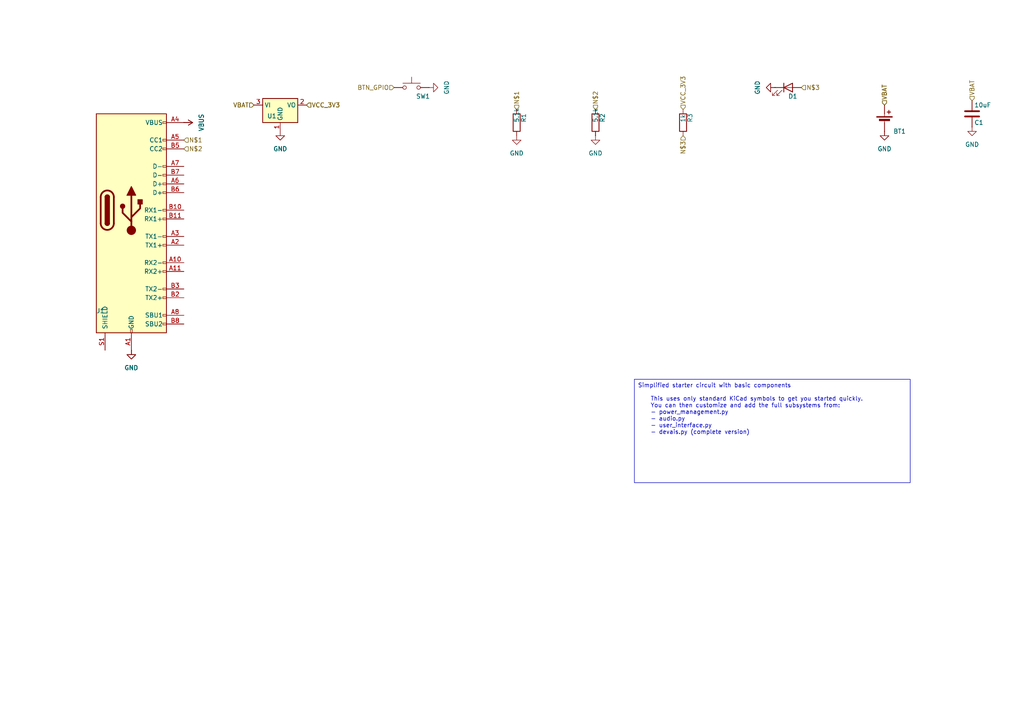
<source format=kicad_sch>
(kicad_sch (version 20250114) (generator "circuit_synth") (generator_version "0.8.36")
  (paper "A4")
  (title_block (title "Devais_Simplified"))
  (lib_symbols
    (symbol "Regulator_Linear:AMS1117-3.3"
      (property "Reference" "U" (at -3.81 3.175 0))
      (property "Value" "AMS1117-3.3" (at 0 3.175 0))
      (symbol "AMS1117-3.3_0_1"
        (rectangle (start -5.08 -5.08) (end 5.08 1.905) (stroke (width 0.254)) (fill (type background)))
      )
      (symbol "AMS1117-3.3_1_1"
        (pin power_in line (at -7.62 0 0) (length 2.54) (name "VI") (number "3"))
        (pin power_in line (at 0 -7.62 90) (length 2.54) (name "GND") (number "1"))
        (pin power_out line (at 7.62 0 180) (length 2.54) (name "VO") (number "2"))
      )
    )
    (symbol "Device:C" (pin_numbers (hide yes)) (pin_names (offset 0.254))
      (property "Reference" "C" (at 0.635 2.54 0))
      (property "Value" "C" (at 0.635 -2.54 0))
      (symbol "C_0_1"
        (polyline (pts (xy -2.032 0.762) (xy 2.032 0.762)) (stroke (width 0.508)))
        (polyline (pts (xy -2.032 -0.762) (xy 2.032 -0.762)) (stroke (width 0.508)))
      )
      (symbol "C_1_1"
        (pin passive line (at 0 3.81 270) (length 2.794) (name "~") (number "1"))
        (pin passive line (at 0 -3.81 90) (length 2.794) (name "~") (number "2"))
      )
    )
    (symbol "Device:Battery_Cell" (pin_numbers (hide yes)) (pin_names (offset 0) (hide yes))
      (property "Reference" "BT" (at 2.54 2.54 0))
      (property "Value" "Battery_Cell" (at 2.54 0 0))
      (symbol "Battery_Cell_0_1"
        (rectangle (start -2.286 1.778) (end 2.286 1.524) (fill (type outline)))
        (rectangle (start -1.524 1.016) (end 1.524 0.508) (fill (type outline)))
        (polyline (pts (xy 0 1.778) (xy 0 2.54)))
        (polyline (pts (xy 0 0.762) (xy 0 0)))
        (polyline (pts (xy 0.762 3.048) (xy 1.778 3.048)) (stroke (width 0.254)))
        (polyline (pts (xy 1.27 3.556) (xy 1.27 2.54)) (stroke (width 0.254)))
      )
      (symbol "Battery_Cell_1_1"
        (pin passive line (at 0 5.08 270) (length 2.54) (name "+") (number "1"))
        (pin passive line (at 0 -2.54 90) (length 2.54) (name "-") (number "2"))
      )
    )
    (symbol "Connector:USB_C_Receptacle" (pin_names (offset 1.016))
      (property "Reference" "J" (at -10.16 29.21 0))
      (property "Value" "USB_C_Receptacle" (at 10.16 29.21 0))
      (symbol "USB_C_Receptacle_0_0"
        (rectangle (start -0.254 -35.56) (end 0.254 -34.544))
        (rectangle (start 10.16 25.654) (end 9.144 25.146))
        (rectangle (start 10.16 20.574) (end 9.144 20.066))
        (rectangle (start 10.16 18.034) (end 9.144 17.526))
        (rectangle (start 10.16 12.954) (end 9.144 12.446))
        (rectangle (start 10.16 10.414) (end 9.144 9.906))
        (rectangle (start 10.16 7.874) (end 9.144 7.366))
        (rectangle (start 10.16 5.334) (end 9.144 4.826))
        (rectangle (start 10.16 0.254) (end 9.144 -0.254))
        (rectangle (start 10.16 -2.286) (end 9.144 -2.794))
        (rectangle (start 10.16 -7.366) (end 9.144 -7.874))
        (rectangle (start 10.16 -9.906) (end 9.144 -10.414))
        (rectangle (start 10.16 -14.986) (end 9.144 -15.494))
        (rectangle (start 10.16 -17.526) (end 9.144 -18.034))
        (rectangle (start 10.16 -22.606) (end 9.144 -23.114))
        (rectangle (start 10.16 -25.146) (end 9.144 -25.654))
        (rectangle (start 10.16 -30.226) (end 9.144 -30.734))
        (rectangle (start 10.16 -32.766) (end 9.144 -33.274))
      )
      (symbol "USB_C_Receptacle_0_1"
        (rectangle (start -10.16 27.94) (end 10.16 -35.56) (stroke (width 0.254)) (fill (type background)))
        (polyline (pts (xy -8.89 -3.81) (xy -8.89 3.81)) (stroke (width 0.508)))
        (rectangle (start -7.62 -3.81) (end -6.35 3.81) (stroke (width 0.254)) (fill (type outline)))
        (arc (start -7.62 3.81) (mid -6.985 4.4423) (end -6.35 3.81) (stroke (width 0.254)))
        (arc (start -7.62 3.81) (mid -6.985 4.4423) (end -6.35 3.81) (stroke (width 0.254)) (fill (type outline)))
        (arc (start -8.89 3.81) (mid -6.985 5.7067) (end -5.08 3.81) (stroke (width 0.508)))
        (arc (start -5.08 -3.81) (mid -6.985 -5.7067) (end -8.89 -3.81) (stroke (width 0.508)))
        (arc (start -6.35 -3.81) (mid -6.985 -4.4423) (end -7.62 -3.81) (stroke (width 0.254)))
        (arc (start -6.35 -3.81) (mid -6.985 -4.4423) (end -7.62 -3.81) (stroke (width 0.254)) (fill (type outline)))
        (polyline (pts (xy -5.08 3.81) (xy -5.08 -3.81)) (stroke (width 0.508)))
      )
      (symbol "USB_C_Receptacle_1_1"
        (circle (center -2.54 1.143) (radius 0.635) (stroke (width 0.254)) (fill (type outline)))
        (polyline (pts (xy -1.27 4.318) (xy 0 6.858) (xy 1.27 4.318) (xy -1.27 4.318)) (stroke (width 0.254)) (fill (type outline)))
        (polyline (pts (xy 0 -2.032) (xy 2.54 0.508) (xy 2.54 1.778)) (stroke (width 0.508)))
        (polyline (pts (xy 0 -3.302) (xy -2.54 -0.762) (xy -2.54 0.508)) (stroke (width 0.508)))
        (polyline (pts (xy 0 -5.842) (xy 0 4.318)) (stroke (width 0.508)))
        (circle (center 0 -5.842) (radius 1.27) (fill (type outline)))
        (rectangle (start 1.905 1.778) (end 3.175 3.048) (stroke (width 0.254)) (fill (type outline)))
        (pin passive line (at -7.62 -40.64 90) (length 5.08) (name "SHIELD") (number "S1"))
        (pin passive line (at 0 -40.64 90) (length 5.08) (name "GND") (number "A1"))
        (pin passive line (at 0 -40.64 90) (length 5.08) (hide yes) (name "GND") (number "A12"))
        (pin passive line (at 0 -40.64 90) (length 5.08) (hide yes) (name "GND") (number "B1"))
        (pin passive line (at 0 -40.64 90) (length 5.08) (hide yes) (name "GND") (number "B12"))
        (pin passive line (at 15.24 25.4 180) (length 5.08) (name "VBUS") (number "A4"))
        (pin passive line (at 15.24 25.4 180) (length 5.08) (hide yes) (name "VBUS") (number "A9"))
        (pin passive line (at 15.24 25.4 180) (length 5.08) (hide yes) (name "VBUS") (number "B4"))
        (pin passive line (at 15.24 25.4 180) (length 5.08) (hide yes) (name "VBUS") (number "B9"))
        (pin bidirectional line (at 15.24 20.32 180) (length 5.08) (name "CC1") (number "A5"))
        (pin bidirectional line (at 15.24 17.78 180) (length 5.08) (name "CC2") (number "B5"))
        (pin bidirectional line (at 15.24 12.7 180) (length 5.08) (name "D-") (number "A7"))
        (pin bidirectional line (at 15.24 10.16 180) (length 5.08) (name "D-") (number "B7"))
        (pin bidirectional line (at 15.24 7.62 180) (length 5.08) (name "D+") (number "A6"))
        (pin bidirectional line (at 15.24 5.08 180) (length 5.08) (name "D+") (number "B6"))
        (pin bidirectional line (at 15.24 0 180) (length 5.08) (name "RX1-") (number "B10"))
        (pin bidirectional line (at 15.24 -2.54 180) (length 5.08) (name "RX1+") (number "B11"))
        (pin bidirectional line (at 15.24 -7.62 180) (length 5.08) (name "TX1-") (number "A3"))
        (pin bidirectional line (at 15.24 -10.16 180) (length 5.08) (name "TX1+") (number "A2"))
        (pin bidirectional line (at 15.24 -15.24 180) (length 5.08) (name "RX2-") (number "A10"))
        (pin bidirectional line (at 15.24 -17.78 180) (length 5.08) (name "RX2+") (number "A11"))
        (pin bidirectional line (at 15.24 -22.86 180) (length 5.08) (name "TX2-") (number "B3"))
        (pin bidirectional line (at 15.24 -25.4 180) (length 5.08) (name "TX2+") (number "B2"))
        (pin bidirectional line (at 15.24 -30.48 180) (length 5.08) (name "SBU1") (number "A8"))
        (pin bidirectional line (at 15.24 -33.02 180) (length 5.08) (name "SBU2") (number "B8"))
      )
    )
    (symbol "Device:R" (pin_numbers (hide yes)) (pin_names (offset 0))
      (property "Reference" "R" (at 2.032 0 90))
      (property "Value" "R" (at 0 0 90))
      (symbol "R_0_1"
        (rectangle (start -1.016 -2.54) (end 1.016 2.54) (stroke (width 0.254)))
      )
      (symbol "R_1_1"
        (pin passive line (at 0 3.81 270) (length 1.27) (name "~") (number "1"))
        (pin passive line (at 0 -3.81 90) (length 1.27) (name "~") (number "2"))
      )
    )
    (symbol "Device:LED" (pin_numbers (hide yes)) (pin_names (offset 1.016) (hide yes))
      (property "Reference" "D" (at 0 2.54 0))
      (property "Value" "LED" (at 0 -2.54 0))
      (symbol "LED_0_1"
        (polyline (pts (xy -3.048 -0.762) (xy -4.572 -2.286) (xy -3.81 -2.286) (xy -4.572 -2.286) (xy -4.572 -1.524)))
        (polyline (pts (xy -1.778 -0.762) (xy -3.302 -2.286) (xy -2.54 -2.286) (xy -3.302 -2.286) (xy -3.302 -1.524)))
        (polyline (pts (xy -1.27 0) (xy 1.27 0)))
        (polyline (pts (xy -1.27 -1.27) (xy -1.27 1.27)) (stroke (width 0.254)))
        (polyline (pts (xy 1.27 -1.27) (xy 1.27 1.27) (xy -1.27 0) (xy 1.27 -1.27)) (stroke (width 0.254)))
      )
      (symbol "LED_1_1"
        (pin passive line (at -3.81 0 0) (length 2.54) (name "K") (number "1"))
        (pin passive line (at 3.81 0 180) (length 2.54) (name "A") (number "2"))
      )
    )
    (symbol "Switch:SW_Push" (pin_numbers (hide yes)) (pin_names (offset 1.016) (hide yes))
      (property "Reference" "SW" (at 1.27 2.54 0))
      (property "Value" "SW_Push" (at 0 -1.524 0))
      (symbol "SW_Push_0_1"
        (circle (center -2.032 0) (radius 0.508))
        (polyline (pts (xy 0 1.27) (xy 0 3.048)))
        (circle (center 2.032 0) (radius 0.508))
        (polyline (pts (xy 2.54 1.27) (xy -2.54 1.27)))
        (pin passive line (at -5.08 0 0) (length 2.54) (name "1") (number "1"))
        (pin passive line (at 5.08 0 180) (length 2.54) (name "2") (number "2"))
      )
    )
    (symbol "power:GND" (power) (pin_numbers (hide yes)) (pin_names (offset 0) (hide yes))
      (property "Value" "GND" (at 0 -3.81 0))
      (symbol "GND_0_1"
        (polyline (pts (xy 0 0) (xy 0 -1.27) (xy 1.27 -1.27) (xy 0 -2.54) (xy -1.27 -1.27) (xy 0 -1.27)))
      )
      (symbol "GND_1_1"
        (pin power_in line (at 0 0 270) (length 0) (name "~") (number "1"))
      )
    )
    (symbol "power:VBUS" (power) (pin_numbers (hide yes)) (pin_names (offset 0) (hide yes))
      (property "Value" "VBUS" (at 0 3.556 0))
      (symbol "VBUS_0_1"
        (polyline (pts (xy -0.762 1.27) (xy 0 2.54)))
        (polyline (pts (xy 0 2.54) (xy 0.762 1.27)))
        (polyline (pts (xy 0 0) (xy 0 2.54)))
      )
      (symbol "VBUS_1_1"
        (pin power_in line (at 0 0 90) (length 0) (name "~") (number "1"))
      )
    )
  )
  (symbol (lib_id "Regulator_Linear:AMS1117-3.3") (at 81.28 30.48 0) (unit 1)
    (property "Reference" "U1" (at 77.47 33.655 0.0000) (effects (justify left)))
    (property "Footprint" "Package_TO_SOT_SMD:SOT-223-3_TabPin2" (effects (hide yes)))
    (property "hierarchy_path" "/c6053bcd-440e-4f5a-9cc2-8372db1a93d1" (effects (hide yes)))
    (property "project_name" "Devais_Simplified" (effects (hide yes)))
    (property "root_uuid" "c6053bcd-440e-4f5a-9cc2-8372db1a93d1" (effects (hide yes)))
  )
  (symbol (lib_id "Device:C") (at 281.94 33.02 0) (unit 1)
    (property "Reference" "C1" (at 282.575 35.56 0.0000) (effects (justify left)))
    (property "Value" "10uF" (at 282.575 30.48 0.0000) (effects (justify left)))
    (property "Footprint" "Capacitor_SMD:C_0805_2012Metric" (effects (hide yes)))
    (property "hierarchy_path" "/c6053bcd-440e-4f5a-9cc2-8372db1a93d1" (effects (hide yes)))
    (property "project_name" "Devais_Simplified" (effects (hide yes)))
    (property "root_uuid" "c6053bcd-440e-4f5a-9cc2-8372db1a93d1" (effects (hide yes)))
  )
  (symbol (lib_id "Device:C") (at 307.34 33.02 0) (unit 1)
    (property "Reference" "C2" (at 307.975 35.56 0.0000) (effects (justify left)))
    (property "Value" "22uF" (at 307.975 30.48 0.0000) (effects (justify left)))
    (property "Footprint" "Capacitor_SMD:C_0805_2012Metric" (effects (hide yes)))
    (property "hierarchy_path" "/c6053bcd-440e-4f5a-9cc2-8372db1a93d1" (effects (hide yes)))
    (property "project_name" "Devais_Simplified" (effects (hide yes)))
    (property "root_uuid" "c6053bcd-440e-4f5a-9cc2-8372db1a93d1" (effects (hide yes)))
  )
  (symbol (lib_id "Device:Battery_Cell") (at 256.54 35.56 0) (unit 1)
    (property "Reference" "BT1" (at 259.08 38.1 0.0000) (effects (justify left)))
    (property "Footprint" "Battery:BatteryHolder_Keystone_1042_1x18650" (effects (hide yes)))
    (property "hierarchy_path" "/c6053bcd-440e-4f5a-9cc2-8372db1a93d1" (effects (hide yes)))
    (property "project_name" "Devais_Simplified" (effects (hide yes)))
    (property "root_uuid" "c6053bcd-440e-4f5a-9cc2-8372db1a93d1" (effects (hide yes)))
  )
  (symbol (lib_id "Connector:USB_C_Receptacle") (at 38.1 60.96 0) (unit 1)
    (property "Reference" "J1" (at 27.94 90.17 0.0000) (effects (justify left)))
    (property "Footprint" "Connector_USB:USB_C_Receptacle_HRO_TYPE-C-31-M-12" (effects (hide yes)))
    (property "hierarchy_path" "/c6053bcd-440e-4f5a-9cc2-8372db1a93d1" (effects (hide yes)))
    (property "project_name" "Devais_Simplified" (effects (hide yes)))
    (property "root_uuid" "c6053bcd-440e-4f5a-9cc2-8372db1a93d1" (effects (hide yes)))
  )
  (symbol (lib_id "Device:R") (at 149.86 35.56 0) (unit 1)
    (property "Reference" "R1" (at 151.892 35.56 90) (effects (justify left)))
    (property "Value" "5.1k" (at 149.86 35.56 90) (effects (justify left)))
    (property "Footprint" "Resistor_SMD:R_0603_1608Metric" (effects (hide yes)))
    (property "hierarchy_path" "/c6053bcd-440e-4f5a-9cc2-8372db1a93d1" (effects (hide yes)))
    (property "project_name" "Devais_Simplified" (effects (hide yes)))
    (property "root_uuid" "c6053bcd-440e-4f5a-9cc2-8372db1a93d1" (effects (hide yes)))
  )
  (symbol (lib_id "Device:R") (at 172.72 35.56 0) (unit 1)
    (property "Reference" "R2" (at 174.752 35.56 90) (effects (justify left)))
    (property "Value" "5.1k" (at 172.72 35.56 90) (effects (justify left)))
    (property "Footprint" "Resistor_SMD:R_0603_1608Metric" (effects (hide yes)))
    (property "hierarchy_path" "/c6053bcd-440e-4f5a-9cc2-8372db1a93d1" (effects (hide yes)))
    (property "project_name" "Devais_Simplified" (effects (hide yes)))
    (property "root_uuid" "c6053bcd-440e-4f5a-9cc2-8372db1a93d1" (effects (hide yes)))
  )
  (symbol (lib_id "Device:LED") (at 228.6 25.4 0) (unit 1)
    (property "Reference" "D1" (at 228.6 27.94 0.0000) (effects (justify left)))
    (property "Footprint" "LED_SMD:LED_0603_1608Metric" (effects (hide yes)))
    (property "hierarchy_path" "/c6053bcd-440e-4f5a-9cc2-8372db1a93d1" (effects (hide yes)))
    (property "project_name" "Devais_Simplified" (effects (hide yes)))
    (property "root_uuid" "c6053bcd-440e-4f5a-9cc2-8372db1a93d1" (effects (hide yes)))
  )
  (symbol (lib_id "Device:R") (at 198.12 35.56 0) (unit 1)
    (property "Reference" "R3" (at 200.152 35.56 90) (effects (justify left)))
    (property "Value" "1k" (at 198.12 35.56 90) (effects (justify left)))
    (property "Footprint" "Resistor_SMD:R_0603_1608Metric" (effects (hide yes)))
    (property "hierarchy_path" "/c6053bcd-440e-4f5a-9cc2-8372db1a93d1" (effects (hide yes)))
    (property "project_name" "Devais_Simplified" (effects (hide yes)))
    (property "root_uuid" "c6053bcd-440e-4f5a-9cc2-8372db1a93d1" (effects (hide yes)))
  )
  (symbol (lib_id "Switch:SW_Push") (at 119.38 25.4 0) (unit 1)
    (property "Reference" "SW1" (at 120.65 27.94 0.0000) (effects (justify left)))
    (property "Footprint" "Button_Switch_SMD:SW_SPST_TL3342" (effects (hide yes)))
    (property "hierarchy_path" "/c6053bcd-440e-4f5a-9cc2-8372db1a93d1" (effects (hide yes)))
    (property "project_name" "Devais_Simplified" (effects (hide yes)))
    (property "root_uuid" "c6053bcd-440e-4f5a-9cc2-8372db1a93d1" (effects (hide yes)))
  )
  (symbol (lib_id "power:GND") (at 81.28 38.1 0) (unit 1)
    (property "Reference" "#PWR001" (effects (hide yes)))
    (property "Value" "GND" (at 81.28 43.18 0))
  )
  (symbol (lib_id "power:GND") (at 81.28 38.1 0) (unit 1)
    (property "Reference" "#PWR002" (effects (hide yes)))
    (property "Value" "GND" (at 81.28 43.18 0))
  )
  (symbol (lib_id "power:GND") (at 281.94 36.83 0) (unit 1)
    (property "Reference" "#PWR003" (effects (hide yes)))
    (property "Value" "GND" (at 281.94 41.910000000000004 0))
  )
  (symbol (lib_id "power:GND") (at 307.34 36.83 0) (unit 1)
    (property "Reference" "#PWR004" (effects (hide yes)))
    (property "Value" "GND" (at 307.34000000000003 41.910000000000004 0))
  )
  (symbol (lib_id "power:GND") (at 256.54 38.1 0) (unit 1)
    (property "Reference" "#PWR005" (effects (hide yes)))
    (property "Value" "GND" (at 256.54 43.18 0))
  )
  (symbol (lib_id "power:GND") (at 256.54 38.1 0) (unit 1)
    (property "Reference" "#PWR006" (effects (hide yes)))
    (property "Value" "GND" (at 256.54 43.18 0))
  )
  (symbol (lib_id "power:GND") (at 38.1 101.6 0) (unit 1)
    (property "Reference" "#PWR007" (effects (hide yes)))
    (property "Value" "GND" (at 38.1 106.67999999999999 0))
  )
  (symbol (lib_id "power:GND") (at 38.1 101.6 0) (unit 1)
    (property "Reference" "#PWR008" (effects (hide yes)))
    (property "Value" "GND" (at 38.1 106.67999999999999 0))
  )
  (symbol (lib_id "power:GND") (at 38.1 101.6 0) (unit 1)
    (property "Reference" "#PWR009" (effects (hide yes)))
    (property "Value" "GND" (at 38.1 106.67999999999999 0))
  )
  (symbol (lib_id "power:GND") (at 38.1 101.6 0) (unit 1)
    (property "Reference" "#PWR010" (effects (hide yes)))
    (property "Value" "GND" (at 38.1 106.67999999999999 0))
  )
  (symbol (lib_id "power:GND") (at 149.86 39.37 0) (unit 1)
    (property "Reference" "#PWR011" (effects (hide yes)))
    (property "Value" "GND" (at 149.86 44.45 0))
  )
  (symbol (lib_id "power:GND") (at 172.72 39.37 0) (unit 1)
    (property "Reference" "#PWR012" (effects (hide yes)))
    (property "Value" "GND" (at 172.72 44.45 0))
  )
  (symbol (lib_id "power:GND") (at 224.79 25.4 270) (unit 1)
    (property "Reference" "#PWR013" (effects (hide yes)))
    (property "Value" "GND" (at 219.70999999999998 25.4 0))
  )
  (symbol (lib_id "power:GND") (at 224.79 25.4 270) (unit 1)
    (property "Reference" "#PWR014" (effects (hide yes)))
    (property "Value" "GND" (at 219.70999999999998 25.4 0))
  )
  (symbol (lib_id "power:GND") (at 124.46 25.4 90) (unit 1)
    (property "Reference" "#PWR015" (effects (hide yes)))
    (property "Value" "GND" (at 129.54 25.4 0))
  )
  (symbol (lib_id "power:VBUS") (at 53.34 35.56 270) (unit 1)
    (property "Reference" "#PWR016" (effects (hide yes)))
    (property "Value" "VBUS" (at 58.42 35.56 0))
  )
  (symbol (lib_id "power:VBUS") (at 53.34 35.56 270) (unit 1)
    (property "Reference" "#PWR017" (effects (hide yes)))
    (property "Value" "VBUS" (at 58.42 35.56 0))
  )
  (symbol (lib_id "power:VBUS") (at 53.34 35.56 270) (unit 1)
    (property "Reference" "#PWR018" (effects (hide yes)))
    (property "Value" "VBUS" (at 58.42 35.56 0))
  )
  (symbol (lib_id "power:VBUS") (at 53.34 35.56 270) (unit 1)
    (property "Reference" "#PWR019" (effects (hide yes)))
    (property "Value" "VBUS" (at 58.42 35.56 0))
  )
  (hierarchical_label "VBAT" (shape input) (at 73.66 30.48 180))
  (hierarchical_label "VBAT" (shape input) (at 73.66 30.48 180))
  (hierarchical_label "VBAT" (shape input) (at 281.94 29.21 90))
  (hierarchical_label "VBAT" (shape input) (at 256.54 30.48 90))
  (hierarchical_label "VBAT" (shape input) (at 256.54 30.48 90))
  (hierarchical_label "VCC_3V3" (shape input) (at 88.9 30.48 0.0000))
  (hierarchical_label "VCC_3V3" (shape input) (at 88.9 30.48 0.0000))
  (hierarchical_label "VCC_3V3" (shape input) (at 307.34 29.21 90))
  (hierarchical_label "VCC_3V3" (shape input) (at 198.12 31.75 90))
  (hierarchical_label "N$1" (shape input) (at 53.34 40.64 0.0000))
  (hierarchical_label "N$1" (shape input) (at 149.86 31.75 90))
  (hierarchical_label "N$2" (shape input) (at 53.34 43.18 0.0000))
  (hierarchical_label "N$2" (shape input) (at 172.72 31.75 90))
  (hierarchical_label "N$3" (shape input) (at 232.41 25.4 0.0000))
  (hierarchical_label "N$3" (shape input) (at 198.12 39.37 270))
  (hierarchical_label "BTN_GPIO" (shape input) (at 114.3 25.4 180))
  (text_box "Simplified starter circuit with basic components\n\n    This uses only standard KiCad symbols to get you started quickly.\n    You can then customize and add the full subsystems from:\n    - power_management.py\n    - audio.py\n    - user_interface.py\n    - devais.py (complete version)" (at 184 110 0) (size 80 30) (margins 1 1 1 1) (effects (font (size 1.2 1.2)) (justify left top)))
)
</source>
